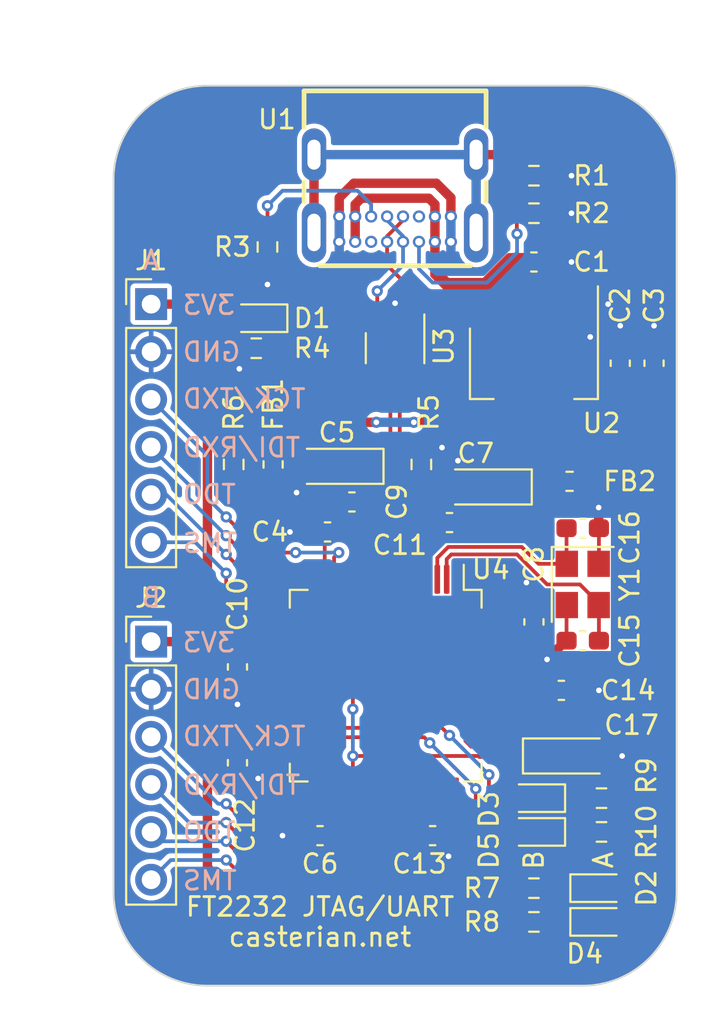
<source format=kicad_pcb>
(kicad_pcb (version 20221018) (generator pcbnew)
  (layers (0 "F.Cu" signal) (31 "B.Cu" power) (34 "B.Paste" user) (35 "F.Paste" user) (36 "B.SilkS" user "B.Silkscreen") (37 "F.SilkS" user "F.Silkscreen") (38 "B.Mask" user) (39 "F.Mask" user) (44 "Edge.Cuts" user))
  (net 0 "")
  (net 1 "GND")
  (net 2 "+3.3V")
  (net 3 "+1V8")
  (net 4 "Net-(D1-K)")
  (net 5 "Net-(D2-K)")
  (net 6 "Net-(D3-K)")
  (net 7 "Net-(U1-SHILED)")
  (net 8 "/TCK_TXD_A")
  (net 9 "/TDI_RXD_A")
  (net 10 "/TDO_A")
  (net 11 "/TMS_A")
  (net 12 "/TCK_TXD_B")
  (net 13 "/TDI_RXD_B")
  (net 14 "/TDO_B")
  (net 15 "/TMS_B")
  (net 16 "/USB_D+")
  (net 17 "/USB_D-")
  (net 18 "/RXLED_A")
  (net 19 "/TXLED_A")
  (net 20 "/RXLED_B")
  (net 21 "/TXLED_B")
  (net 22 "Net-(D4-K)")
  (net 23 "Net-(D5-K)")
  (net 24 "/USB_CONN_D+")
  (net 25 "Net-(U1-CC1)")
  (net 26 "/OSCI")
  (net 27 "/OSCO")
  (net 28 "/VPLL")
  (net 29 "/VPHY")
  (net 30 "/REF")
  (net 31 "/~{RESET}")
  (net 32 "/USB_CONN_D-")
  (net 33 "Net-(U1-CC2)")
  (net 61 "VBUS")
  (footprint "Capacitor_Tantalum_SMD:CP_EIA-3216-18_Kemet-A_Pad1.58x1.35mm_HandSolder" (layer "F.Cu") (at 134.3 110.75)
    (fp_text reference "C17")
    (fp_text value "3.3uF")
  )
  (footprint "Capacitor_SMD:C_0603_1608Metric_Pad1.08x0.95mm_HandSolder" (layer "F.Cu") (at 127.9 98.3 180)
    (fp_text reference "C11")
    (fp_text value "100nF")
  )
  (footprint "Capacitor_SMD:C_0603_1608Metric_Pad1.08x0.95mm_HandSolder" (layer "F.Cu") (at 135 98.6 180)
    (fp_text reference "C16")
    (fp_text value "30pF")
  )
  (footprint "Resistor_SMD:R_0603_1608Metric_Pad0.98x0.95mm_HandSolder" (layer "F.Cu") (at 126.4 95.2 -90)
    (fp_text reference "R5")
    (fp_text value "12k")
  )
  (footprint "LED_SMD:LED_0603_1608Metric_Pad1.05x0.95mm_HandSolder" (layer "F.Cu") (at 136 117.8)
    (fp_text reference "D2")
    (fp_text value "GREEN")
  )
  (footprint "Capacitor_SMD:C_0603_1608Metric_Pad1.08x0.95mm_HandSolder" (layer "F.Cu") (at 133.8625 107.25 180)
    (fp_text reference "C14")
    (fp_text value "100nF")
  )
  (footprint "Package_QFP:LQFP-64_10x10mm_P0.5mm" (layer "F.Cu") (at 124.5 107 -90)
    (fp_text reference "U4")
    (fp_text value "FT2232HL")
  )
  (footprint "Resistor_SMD:R_0603_1608Metric_Pad0.98x0.95mm_HandSolder" (layer "F.Cu") (at 116.4 95.2 -90)
    (fp_text reference "R6")
    (fp_text value "1k")
  )
  (footprint "Capacitor_SMD:C_0603_1608Metric_Pad1.08x0.95mm_HandSolder" (layer "F.Cu") (at 121.4 98.8)
    (fp_text reference "C4")
    (fp_text value "100nF")
  )
  (footprint "Connector_PinHeader_2.54mm:PinHeader_1x06_P2.54mm_Vertical" (layer "F.Cu") (at 112 104.65)
    (fp_text reference "J2")
    (fp_text value "Pin Header 2.54 mm")
  )
  (footprint "Capacitor_SMD:C_0603_1608Metric_Pad1.08x0.95mm_HandSolder" (layer "F.Cu") (at 127 115 180)
    (fp_text reference "C13")
    (fp_text value "100nF")
  )
  (footprint "Resistor_SMD:R_0603_1608Metric_Pad0.98x0.95mm_HandSolder" (layer "F.Cu") (at 132.4 81.8)
    (fp_text reference "R2")
    (fp_text value "5.1k")
  )
  (footprint "Inductor_SMD:L_0603_1608Metric_Pad1.05x0.95mm_HandSolder" (layer "F.Cu") (at 134.3 96.1 180)
    (fp_text reference "FB2")
    (fp_text value "40@100MHz")
  )
  (footprint "Capacitor_SMD:C_0603_1608Metric_Pad1.08x0.95mm_HandSolder" (layer "F.Cu") (at 132.4 84.4)
    (fp_text reference "C1")
    (fp_text value "10uF")
  )
  (footprint "Capacitor_SMD:C_0603_1608Metric_Pad1.08x0.95mm_HandSolder" (layer "F.Cu") (at 121 115)
    (fp_text reference "C6")
    (fp_text value "100nF")
  )
  (footprint "Capacitor_SMD:C_0603_1608Metric_Pad1.08x0.95mm_HandSolder" (layer "F.Cu") (at 138.8 89.8 90)
    (fp_text reference "C3")
    (fp_text value "10uF")
  )
  (footprint "Resistor_SMD:R_0603_1608Metric_Pad0.98x0.95mm_HandSolder" (layer "F.Cu") (at 132.4 117.8)
    (fp_text reference "R7")
    (fp_text value "1k")
  )
  (footprint "Capacitor_SMD:C_0603_1608Metric_Pad1.08x0.95mm_HandSolder" (layer "F.Cu") (at 122.7 97.2 180)
    (fp_text reference "C9")
    (fp_text value "100nF")
  )
  (footprint "Resistor_SMD:R_0603_1608Metric_Pad0.98x0.95mm_HandSolder" (layer "F.Cu") (at 117.6 89)
    (fp_text reference "R4")
    (fp_text value "1k")
  )
  (footprint "Resistor_SMD:R_0603_1608Metric_Pad0.98x0.95mm_HandSolder" (layer "F.Cu") (at 132.4 79.8)
    (fp_text reference "R1")
    (fp_text value "0")
  )
  (footprint "Package_TO_SOT_SMD:SOT-23-6" (layer "F.Cu") (at 125 89 -90)
    (fp_text reference "U3")
    (fp_text value "USBLC6-2SC6")
  )
  (footprint "LED_SMD:LED_0603_1608Metric_Pad1.05x0.95mm_HandSolder" (layer "F.Cu") (at 117.6 87.4 180)
    (fp_text reference "D1")
    (fp_text value "RED")
  )
  (footprint "Capacitor_SMD:C_0603_1608Metric_Pad1.08x0.95mm_HandSolder" (layer "F.Cu") (at 116.6 106 90)
    (fp_text reference "C10")
    (fp_text value "100nF")
  )
  (footprint "Connector_PinHeader_2.54mm:PinHeader_1x06_P2.54mm_Vertical" (layer "F.Cu") (at 112 86.65)
    (fp_text reference "J1")
    (fp_text value "Pin Header 2.54 mm")
  )
  (footprint "Resistor_SMD:R_0603_1608Metric_Pad0.98x0.95mm_HandSolder" (layer "F.Cu") (at 132.4 119.6 180)
    (fp_text reference "R8")
    (fp_text value "1k")
  )
  (footprint "Resistor_SMD:R_0603_1608Metric_Pad0.98x0.95mm_HandSolder" (layer "F.Cu") (at 136 114.8)
    (fp_text reference "R10")
    (fp_text value "1k")
  )
  (footprint "Resistor_SMD:R_0603_1608Metric_Pad0.98x0.95mm_HandSolder" (layer "F.Cu") (at 118.2 83.6 -90)
    (fp_text reference "R3")
    (fp_text value "5.1k")
  )
  (footprint "Crystal:Crystal_SMD_3225-4Pin_3.2x2.5mm" (layer "F.Cu") (at 135 101.6 -90)
    (fp_text reference "Y1")
    (fp_text value "12MHz")
  )
  (footprint "Capacitor_SMD:C_0603_1608Metric_Pad1.08x0.95mm_HandSolder" (layer "F.Cu") (at 135 104.6)
    (fp_text reference "C15")
    (fp_text value "30pF")
  )
  (footprint "Capacitor_SMD:C_0603_1608Metric_Pad1.08x0.95mm_HandSolder" (layer "F.Cu") (at 137 89.8 90)
    (fp_text reference "C2")
    (fp_text value "100nF")
  )
  (footprint "Package_TO_SOT_SMD:SOT-223-3_TabPin2" (layer "F.Cu") (at 132.4 89.8 -90)
    (fp_text reference "U2")
    (fp_text value "AMS1117-3.3")
  )
  (footprint "Capacitor_Tantalum_SMD:CP_EIA-3216-18_Kemet-A_Pad1.58x1.35mm_HandSolder" (layer "F.Cu") (at 129.8 96.4 180)
    (fp_text reference "C7")
    (fp_text value "4.7uF")
  )
  (footprint "Capacitor_Tantalum_SMD:CP_EIA-3216-18_Kemet-A_Pad1.58x1.35mm_HandSolder" (layer "F.Cu") (at 121.9 95.3 180)
    (fp_text reference "C5")
    (fp_text value "4.7uF")
  )
  (footprint "LED_SMD:LED_0603_1608Metric_Pad1.05x0.95mm_HandSolder" (layer "F.Cu") (at 132.4 114.8 180)
    (fp_text reference "D5")
    (fp_text value "RED")
  )
  (footprint "Inductor_SMD:L_0603_1608Metric_Pad1.05x0.95mm_HandSolder" (layer "F.Cu") (at 118.5 95.2 90)
    (fp_text reference "FB1")
    (fp_text value "40@100MHz")
  )
  (footprint "LED_SMD:LED_0603_1608Metric_Pad1.05x0.95mm_HandSolder" (layer "F.Cu") (at 136 119.6)
    (fp_text reference "D4")
    (fp_text value "RED")
  )
  (footprint "Capacitor_SMD:C_0603_1608Metric_Pad1.08x0.95mm_HandSolder" (layer "F.Cu") (at 132.4 103.6 -90)
    (fp_text reference "C8")
    (fp_text value "100nF")
  )
  (footprint "footprint:USB-C-TH_TYPEC-306DDW-ARP16" (layer "F.Cu") (at 125 81 180)
    (fp_text reference "U1")
    (fp_text value "TYPEC-306DDW-ARP16")
  )
  (footprint "LED_SMD:LED_0603_1608Metric_Pad1.05x0.95mm_HandSolder" (layer "F.Cu") (at 132.4 113 180)
    (fp_text reference "D3")
    (fp_text value "GREEN")
  )
  (footprint "Resistor_SMD:R_0603_1608Metric_Pad0.98x0.95mm_HandSolder" (layer "F.Cu") (at 136 113 180)
    (fp_text reference "R9")
    (fp_text value "1k")
  )
  (footprint "Capacitor_SMD:C_0603_1608Metric_Pad1.08x0.95mm_HandSolder" (layer "F.Cu") (at 116.6 111.1125 90)
    (fp_text reference "C12")
    (fp_text value "100nF")
  )
  (gr_line (start 135 75) (end 115 75) (stroke (width 0.1)) (layer "Edge.Cuts"))
  (gr_arc (start 135 75) (mid 138.535534 76.464466) (end 140 80) (stroke (width 0.1)) (layer "Edge.Cuts"))
  (gr_line (start 140 118) (end 140 80) (stroke (width 0.1)) (layer "Edge.Cuts"))
  (gr_arc (start 115 123) (mid 111.464466 121.535534) (end 110 118) (stroke (width 0.1)) (layer "Edge.Cuts"))
  (gr_arc (start 110 80) (mid 111.464466 76.464466) (end 115 75) (stroke (width 0.1)) (layer "Edge.Cuts"))
  (gr_line (start 110 80) (end 110 118) (stroke (width 0.1)) (layer "Edge.Cuts"))
  (gr_arc (start 140 118) (mid 138.535534 121.535534) (end 135 123) (stroke (width 0.1)) (layer "Edge.Cuts"))
  (gr_line (start 115 123) (end 135 123) (stroke (width 0.1)) (layer "Edge.Cuts"))
  (gr_text "TDO" (at 113.6 114.8) (layer "B.SilkS") (effects (font (size 1 1)) (justify right mirror)))
  (gr_text "TCK/TXD" (at 113.6 109.7) (layer "B.SilkS") (effects (font (size 1 1)) (justify right mirror)))
  (gr_text "3V3" (at 113.6 104.7) (layer "B.SilkS") (effects (font (size 1 1)) (justify right mirror)))
  (gr_text "TMS" (at 113.6 117.4) (layer "B.SilkS") (effects (font (size 1 1)) (justify right mirror)))
  (gr_text "3V3" (at 113.6 86.7) (layer "B.SilkS") (effects (font (size 1 1)) (justify right mirror)))
  (gr_text "TMS" (at 113.6 99.4) (layer "B.SilkS") (effects (font (size 1 1)) (justify right mirror)))
  (gr_text "GND" (at 113.6 89.2) (layer "B.SilkS") (effects (font (size 1 1)) (justify right mirror)))
  (gr_text "TCK/TXD" (at 113.6 91.7) (layer "B.SilkS") (effects (font (size 1 1)) (justify right mirror)))
  (gr_text "TDI/RXD" (at 113.6 94.3) (layer "B.SilkS") (effects (font (size 1 1)) (justify right mirror)))
  (gr_text "A" (at 112 84.3) (layer "B.SilkS") (effects (font (size 1 1)) (justify mirror)))
  (gr_text "TDI/RXD" (at 113.6 112.3) (layer "B.SilkS") (effects (font (size 1 1)) (justify right mirror)))
  (gr_text "GND" (at 113.6 107.2) (layer "B.SilkS") (effects (font (size 1 1)) (justify right mirror)))
  (gr_text "TDO" (at 113.6 96.8) (layer "B.SilkS") (effects (font (size 1 1)) (justify right mirror)))
  (gr_text "B" (at 112 102.3) (layer "B.SilkS") (effects (font (size 1 1)) (justify mirror)))
  (gr_text "A" (at 136.1 116.3 90) (layer "F.SilkS") (effects (font (size 1 1))))
  (gr_text "FT2232 JTAG/UART\ncasterian.net" (at 121 119.6) (layer "F.SilkS") (effects (font (size 1 1))))
  (gr_text "B" (at 132.4 116.3 90) (layer "F.SilkS") (effects (font (size 1 1))))
  (segment (start 135.85 98.5875) (end 135.8625 98.6) (width 0.5) (layer "F.Cu") (net 1))
  (segment (start 121.25 99.45) (end 120.6 98.8) (width 0.2) (layer "F.Cu") (net 1))
  (segment (start 117.3625 106.8625) (end 116.6 106.8625) (width 0.2) (layer "F.Cu") (net 1))
  (segment (start 135.8625 98.6) (end 135.8625 100.4875) (width 0.2) (layer "F.Cu") (net 1))
  (segment (start 122.024892 80.975108) (end 122.8 80.2) (width 0.5) (layer "F.Cu") (net 1))
  (segment (start 133.3125 79.8) (end 134.4 79.8) (width 0.5) (layer "F.Cu") (net 1))
  (segment (start 119.75 96.0125) (end 119.75 96.7) (width 0.5) (layer "F.Cu") (net 1))
  (segment (start 119.4 98.8) (end 120.5375 98.8) (width 0.5) (layer "F.Cu") (net 1))
  (segment (start 120.4625 95.3) (end 120.6 95.3) (width 0.5) (layer "F.Cu") (net 1))
  (segment (start 131.25 109.75) (end 131.4 109.6) (width 0.2) (layer "F.Cu") (net 1))
  (segment (start 127.75 112.675) (end 127.75 113.95) (width 0.2) (layer "F.Cu") (net 1))
  (segment (start 135.64375 110.75) (end 135.7375 110.75) (width 0.2) (layer "F.Cu") (net 1))
  (segment (start 121.45 114) (end 121.1375 114) (width 0.2) (layer "F.Cu") (net 1))
  (segment (start 130.175 109.75) (end 131.25 109.75) (width 0.2) (layer "F.Cu") (net 1))
  (segment (start 127.85 116.1) (end 127.85 115.0125) (width 0.5) (layer "F.Cu") (net 1))
  (segment (start 121.1375 114) (end 120.1375 115) (width 0.2) (layer "F.Cu") (net 1))
  (segment (start 128.25 101.325) (end 130.125 101.325) (width 0.2) (layer "F.Cu") (net 1))
  (segment (start 127.85 115.0125) (end 127.8625 115) (width 0.5) (layer "F.Cu") (net 1))
  (segment (start 120.4625 95.3) (end 119.75 96.0125) (width 0.5) (layer "F.Cu") (net 1))
  (segment (start 119 115) (end 120.1375 115) (width 0.5) (layer "F.Cu") (net 1))
  (segment (start 123.25 101.325) (end 123.25 98.35) (width 0.2) (layer "F.Cu") (net 1))
  (segment (start 130.125 101.325) (end 131.5375 102.7375) (width 0.2) (layer "F.Cu") (net 1))
  (segment (start 134.1 104.6) (end 134.1375 104.6) (width 0.5) (layer "F.Cu") (net 1))
  (segment (start 122.8 97.9) (end 122.5375 97.9) (width 0.2) (layer "F.Cu") (net 1))
  (segment (start 116.6 106.8625) (end 116.6 108) (width 0.5) (layer "F.Cu") (net 1))
  (segment (start 120.5375 98.8) (end 120.6 98.8) (width 0.2) (layer "F.Cu") (net 1))
  (segment (start 121.25 101.325) (end 121.25 102.4) (width 0.2) (layer "F.Cu") (net 1))
  (segment (start 122.25 102.4) (end 122.25 101.325) (width 0.2) (layer "F.Cu") (net 1))
  (segment (start 128.3625 96.4) (end 127.625 97.1375) (width 0.5) (layer "F.Cu") (net 1))
  (segment (start 117.7 111.95) (end 116.625 111.95) (width 0.5) (layer "F.Cu") (net 1))
  (segment (start 134.49375 109.6) (end 135.64375 110.75) (width 0.2) (layer "F.Cu") (net 1))
  (segment (start 121.75 113.7) (end 121.45 114) (width 0.2) (layer "F.Cu") (net 1))
  (segment (start 127.5 94.3) (end 126.4125 94.3) (width 0.5) (layer "F.Cu") (net 1))
  (segment (start 134.1375 104.6) (end 134.1375 102.7125) (width 0.2) (layer "F.Cu") (net 1))
  (segment (start 131.5375 102.7375) (end 132.4 102.7375) (width 0.2) (layer "F.Cu") (net 1))
  (segment (start 118.825 107.25) (end 117.75 107.25) (width 0.2) (layer "F.Cu") (net 1))
  (segment (start 121.75 112.675) (end 121.75 113.7) (width 0.2) (layer "F.Cu") (net 1))
  (segment (start 122.05 102.6) (end 122.25 102.4) (width 0.2) (layer "F.Cu") (net 1))
  (segment (start 121.25 102.4) (end 121.45 102.6) (width 0.2) (layer "F.Cu") (net 1))
  (segment (start 128.35 95) (end 128.35 96.3875) (width 0.5) (layer "F.Cu") (net 1))
  (segment (start 134.1375 102.7125) (end 134.15 102.7) (width 0.2) (layer "F.Cu") (net 1))
  (segment (start 120.6 95.3) (end 121.8375 96.5375) (width 0.5) (layer "F.Cu") (net 1))
  (segment (start 134.725 107.25) (end 135.8625 107.25) (width 0.5) (layer "F.Cu") (net 1))
  (segment (start 118.2 84.5125) (end 118.2 85.6) (width 0.5) (layer "F.Cu") (net 1))
  (segment (start 122.8 80.2) (end 127.2 80.2) (width 0.5) (layer "F.Cu") (net 1))
  (segment (start 126.25 99) (end 126.25 101.325) (width 0.2) (layer "F.Cu") (net 1))
  (segment (start 123.25 98.35) (end 122.8 97.9) (width 0.2) (layer "F.Cu") (net 1))
  (segment (start 127.975108 80.975108) (end 127.975108 81.974981) (width 0.5) (layer "F.Cu") (net 1))
  (segment (start 135.85 97.5) (end 135.85 98.5875) (width 0.5) (layer "F.Cu") (net 1))
  (segment (start 127.625 97.1375) (end 127.625 97.7125) (width 0.5) (layer "F.Cu") (net 1))
  (segment (start 133.1 105.6) (end 134.1 104.6) (width 0.5) (layer "F.Cu") (net 1))
  (segment (start 137.1 110.75) (end 135.7375 110.75) (width 0.5) (layer "F.Cu") (net 1))
  (segment (start 127.625 97.7125) (end 127.0375 98.3) (width 0.5) (layer "F.Cu") (net 1))
  (segment (start 127.2 80.2) (end 127.975108 80.975108) (width 0.5) (layer "F.Cu") (net 1))
  (segment (start 127.75 113.95) (end 127.8625 114.0625) (width 0.2) (layer "F.Cu") (net 1))
  (segment (start 121.45 102.6) (end 122.05 102.6) (width 0.2) (layer "F.Cu") (net 1))
  (segment (start 126.95 98.3) (end 126.25 99) (width 0.2) (layer "F.Cu") (net 1))
  (segment (start 127.8625 114.0625) (end 127.8625 115) (width 0.2) (layer "F.Cu") (net 1))
  (segment (start 131.4 109.6) (end 134.49375 109.6) (width 0.2) (layer "F.Cu") (net 1))
  (segment (start 126.4125 94.3) (end 126.4 94.2875) (width 0.5) (layer "F.Cu") (net 1))
  (segment (start 122.024892 81.974981) (end 122.024892 80.975108) (width 0.5) (layer "F.Cu") (net 1))
  (segment (start 123.25 101.325) (end 123.75 101.325) (width 0.2) (layer "F.Cu") (net 1))
  (segment (start 121.25 101.325) (end 121.25 99.45) (width 0.2) (layer "F.Cu") (net 1))
  (segment (start 133.3125 81.8) (end 134.4 81.8) (width 0.5) (layer "F.Cu") (net 1))
  (segment (start 117.75 107.25) (end 117.3625 106.8625) (width 0.2) (layer "F.Cu") (net 1))
  (segment (start 132.4 101.9) (end 132.4 102.7375) (width 0.5) (layer "F.Cu") (net 1))
  (segment (start 122.5375 97.9) (end 121.8375 97.2) (width 0.2) (layer "F.Cu") (net 1))
  (segment (start 116.6875 90.0875) (end 116.7 90.1) (width 0.5) (layer "F.Cu") (net 1))
  (segment (start 116.6875 89) (end 116.6875 90.0875) (width 0.5) (layer "F.Cu") (net 1))
  (segment (start 135.8625 100.4875) (end 135.85 100.5) (width 0.2) (layer "F.Cu") (net 1))
  (segment (start 121.8375 96.5375) (end 121.8375 97.2) (width 0.5) (layer "F.Cu") (net 1))
  (segment (start 132 101.5) (end 132.4 101.9) (width 0.5) (layer "F.Cu") (net 1))
  (segment (start 116.625 111.95) (end 116.6 111.975) (width 0.5) (layer "F.Cu") (net 1))
  (segment (start 125 87.8625) (end 125 86.6) (width 0.2) (layer "F.Cu") (net 1))
  (via (at 119.75 96.7) (size 0.6) (drill 0.3) (layers "F.Cu" "B.Cu") (net 1))
  (via (at 116.6 108) (size 0.6) (drill 0.3) (layers "F.Cu" "B.Cu") (net 1))
  (via (at 134.4 79.8) (size 0.6) (drill 0.3) (layers "F.Cu" "B.Cu") (net 1))
  (via (at 138.8 87.8) (size 0.6) (drill 0.3) (layers "F.Cu" "B.Cu") (net 1))
  (via (at 135.4 88.4) (size 0.6) (drill 0.3) (layers "F.Cu" "B.Cu") (net 1))
  (via (at 118.2 85.6) (size 0.6) (drill 0.3) (layers "F.Cu" "B.Cu") (net 1))
  (via (at 136.35 86.65) (size 0.6) (drill 0.3) (layers "F.Cu" "B.Cu") (net 1))
  (via (at 137.1 110.75) (size 0.6) (drill 0.3) (layers "F.Cu" "B.Cu") (net 1))
  (via (at 135.8625 107.25) (size 0.6) (drill 0.3) (layers "F.Cu" "B.Cu") (net 1))
  (via (at 132 101.5) (size 0.6) (drill 0.3) (layers "F.Cu" "B.Cu") (net 1))
  (via (at 119 115) (size 0.6) (drill 0.3) (layers "F.Cu" "B.Cu") (net 1))
  (via (at 117.7 111.95) (size 0.6) (drill 0.3) (layers "F.Cu" "B.Cu") (net 1))
  (via (at 119.4 98.8) (size 0.6) (drill 0.3) (layers "F.Cu" "B.Cu") (net 1))
  (via (at 134.4 84.4) (size 0.6) (drill 0.3) (layers "F.Cu" "B.Cu") (net 1))
  (via (at 137 87.8) (size 0.6) (drill 0.3) (layers "F.Cu" "B.Cu") (net 1))
  (via (at 127.5 94.3) (size 0.6) (drill 0.3) (layers "F.Cu" "B.Cu") (net 1))
  (via (at 134.4 81.8) (size 0.6) (drill 0.3) (layers "F.Cu" "B.Cu") (net 1))
  (via (at 116.7 90.1) (size 0.6) (drill 0.3) (layers "F.Cu" "B.Cu") (net 1))
  (via (at 125 86.6) (size 0.6) (drill 0.3) (layers "F.Cu" "B.Cu") (net 1))
  (via (at 128.35 95) (size 0.6) (drill 0.3) (layers "F.Cu" "B.Cu") (net 1))
  (via (at 135.85 97.5) (size 0.6) (drill 0.3) (layers "F.Cu" "B.Cu") (net 1))
  (via (at 133.1 105.6) (size 0.6) (drill 0.3) (layers "F.Cu" "B.Cu") (net 1))
  (via (at 127.85 116.1) (size 0.6) (drill 0.3) (layers "F.Cu" "B.Cu") (net 1))
  (segment (start 122.024892 81.974981) (end 122.024892 83.324994) (width 0.5) (layer "B.Cu") (net 1))
  (segment (start 122.024892 83.324994) (end 122.024892 84.075108) (width 0.5) (layer "B.Cu") (net 1))
  (segment (start 127.975108 83.324994) (end 127.975108 84.075108) (width 0.5) (layer "B.Cu") (net 1))
  (segment (start 127.975108 83.324994) (end 127.975108 81.974981) (width 0.5) (layer "B.Cu") (net 1))
  (segment (start 116.725 87.4) (end 115 87.4) (width 0.5) (layer "F.Cu") (net 2))
  (segment (start 130.175 107.25) (end 129.05 107.25) (width 0.2) (layer "F.Cu") (net 2))
  (segment (start 127.8 118.3) (end 130.5 121) (width 0.5) (layer "F.Cu") (net 2))
  (segment (start 131.525 114.8) (end 131.525 115.625) (width 0.5) (layer "F.Cu") (net 2))
  (segment (start 134.25 106) (end 133 107.25) (width 0.5) (layer "F.Cu") (net 2))
  (segment (start 126.1375 115) (end 126.1375 118.2875) (width 0.5) (layer "F.Cu") (net 2))
  (segment (start 115 87) (end 114.65 86.65) (width 0.5) (layer "F.Cu") (net 2))
  (segment (start 112 104.65) (end 115 104.65) (width 0.5) (layer "F.Cu") (net 2))
  (segment (start 131.525 113) (end 131.525 114.8) (width 0.5) (layer "F.Cu") (net 2))
  (segment (start 136.875 120.625) (end 136.875 119.6) (width 0.5) (layer "F.Cu") (net 2))
  (segment (start 135.175 96.1) (end 137.2 96.1) (width 0.5) (layer "F.Cu") (net 2))
  (segment (start 136.5 121) (end 136.875 120.625) (width 0.5) (layer "F.Cu") (net 2))
  (segment (start 115 87.4) (end 115 87) (width 0.5) (layer "F.Cu") (net 2))
  (segment (start 124 92.95) (end 116.4 92.95) (width 0.5) (layer "F.Cu") (net 2))
  (segment (start 115 92.95) (end 115 87.4) (width 0.5) (layer "F.Cu") (net 2))
  (segment (start 137.2 94.2) (end 137.2 96.1) (width 0.5) (layer "F.Cu") (net 2))
  (segment (start 137.2 105.4) (end 136.6 106) (width 0.5) (layer "F.Cu") (net 2))
  (segment (start 136.875 117.8) (end 136.875 119.6) (width 0.5) (layer "F.Cu") (net 2))
  (segment (start 116.6 110.25) (end 115 110.25) (width 0.5) (layer "F.Cu") (net 2))
  (segment (start 115 104.65) (end 115 105.15) (width 0.5) (layer "F.Cu") (net 2))
  (segment (start 137.2 96.1) (end 137.2 105.4) (width 0.5) (layer "F.Cu") (net 2))
  (segment (start 126.15 118.3) (end 127.8 118.3) (width 0.5) (layer "F.Cu") (net 2))
  (segment (start 136.6 106) (end 134.25 106) (width 0.5) (layer "F.Cu") (net 2))
  (segment (start 136.2 116.3) (end 136.875 116.975) (width 0.5) (layer "F.Cu") (net 2))
  (segment (start 128.75 109.95) (end 129.05 110.25) (width 0.2) (layer "F.Cu") (net 2))
  (segment (start 117.3125 95.2) (end 117.625 95.2) (width 0.5) (layer "F.Cu") (net 2))
  (segment (start 115.0125 105.1375) (end 115 105.15) (width 0.5) (layer "F.Cu") (net 2))
  (segment (start 114.65 86.65) (end 112 86.65) (width 0.5) (layer "F.Cu") (net 2))
  (segment (start 130.5 121) (end 136.5 121) (width 0.5) (layer "F.Cu") (net 2))
  (segment (start 116.4 94.2875) (end 117.3125 95.2) (width 0.5) (layer "F.Cu") (net 2))
  (segment (start 125.25 112.675) (end 125.25 114.1125) (width 0.2) (layer "F.Cu") (net 2))
  (segment (start 135.95 92.95) (end 137.2 94.2) (width 0.5) (layer "F.Cu") (net 2))
  (segment (start 130.175 107.25) (end 133 107.25) (width 0.2) (layer "F.Cu") (net 2))
  (segment (start 115 116.7) (end 116.6 118.3) (width 0.5) (layer "F.Cu") (net 2))
  (segment (start 128.75 107.55) (end 128.75 109.95) (width 0.2) (layer "F.Cu") (net 2))
  (segment (start 115 110.25) (end 115 116.7) (width 0.5) (layer "F.Cu") (net 2))
  (segment (start 129.05 110.25) (end 130.175 110.25) (width 0.2) (layer "F.Cu") (net 2))
  (segment (start 131.525 115.625) (end 132.2 116.3) (width 0.5) (layer "F.Cu") (net 2))
  (segment (start 115 105.15) (end 115 110.25) (width 0.5) (layer "F.Cu") (net 2))
  (segment (start 136.875 116.975) (end 136.875 117.8) (width 0.5) (layer "F.Cu") (net 2))
  (segment (start 132.4 92.95) (end 135.95 92.95) (width 0.5) (layer "F.Cu") (net 2))
  (segment (start 126.1375 118.2875) (end 126.15 118.3) (width 0.5) (layer "F.Cu") (net 2))
  (segment (start 117.625 95.2) (end 118.5 96.075) (width 0.5) (layer "F.Cu") (net 2))
  (segment (start 116.6 110.25) (end 118.825 110.25) (width 0.2) (layer "F.Cu") (net 2))
  (segment (start 129.05 107.25) (end 128.75 107.55) (width 0.2) (layer "F.Cu") (net 2))
  (segment (start 116.6 118.3) (end 126.15 118.3) (width 0.5) (layer "F.Cu") (net 2))
  (segment (start 125.25 114.1125) (end 126.1375 115) (width 0.2) (layer "F.Cu") (net 2))
  (segment (start 115 104.65) (end 115 92.95) (width 0.5) (layer "F.Cu") (net 2))
  (segment (start 116.4 92.95) (end 116.4 94.2875) (width 0.5) (layer "F.Cu") (net 2))
  (segment (start 116.4 92.95) (end 115 92.95) (width 0.5) (layer "F.Cu") (net 2))
  (segment (start 132.4 92.95) (end 126 92.95) (width 0.5) (layer "F.Cu") (net 2))
  (segment (start 132.2 116.3) (end 136.2 116.3) (width 0.5) (layer "F.Cu") (net 2))
  (segment (start 117.3625 105.1375) (end 116.6 105.1375) (width 0.2) (layer "F.Cu") (net 2))
  (segment (start 117.75 104.75) (end 117.3625 105.1375) (width 0.2) (layer "F.Cu") (net 2))
  (segment (start 118.825 104.75) (end 117.75 104.75) (width 0.2) (layer "F.Cu") (net 2))
  (segment (start 116.6 105.1375) (end 115.0125 105.1375) (width 0.5) (layer "F.Cu") (net 2))
  (via (at 126 92.95) (size 0.6) (drill 0.3) (layers "F.Cu" "B.Cu") (net 2))
  (via (at 124 92.95) (size 0.6) (drill 0.3) (layers "F.Cu" "B.Cu") (net 2))
  (segment (start 126 92.95) (end 124 92.95) (width 0.5) (layer "B.Cu") (net 2))
  (segment (start 132.4 104.4) (end 132.4 104.4625) (width 0.2) (layer "F.Cu") (net 3))
  (segment (start 130.175 110.75) (end 122.75 110.75) (width 0.2) (layer "F.Cu") (net 3))
  (segment (start 122.75 112.675) (end 122.75 114.1125) (width 0.2) (layer "F.Cu") (net 3))
  (segment (start 131.25 103.25) (end 132.4 104.4) (width 0.2) (layer "F.Cu") (net 3))
  (segment (start 122.75 103.25) (end 122.75 108.25) (width 0.2) (layer "F.Cu") (net 3))
  (segment (start 122.75 101.325) (end 122.75 103.25) (width 0.2) (layer "F.Cu") (net 3))
  (segment (start 122.75 110.75) (end 122.75 112.675) (width 0.2) (layer "F.Cu") (net 3))
  (segment (start 130.175 103.25) (end 122.75 103.25) (width 0.2) (layer "F.Cu") (net 3))
  (segment (start 122.75 114.1125) (end 121.8625 115) (width 0.2) (layer "F.Cu") (net 3))
  (segment (start 130.175 103.25) (end 131.25 103.25) (width 0.2) (layer "F.Cu") (net 3))
  (segment (start 122.75 99.2875) (end 122.2625 98.8) (width 0.2) (layer "F.Cu") (net 3))
  (segment (start 130.175 110.75) (end 132.8625 110.75) (width 0.2) (layer "F.Cu") (net 3))
  (segment (start 122.75 101.325) (end 122.75 99.2875) (width 0.2) (layer "F.Cu") (net 3))
  (via (at 122.75 110.75) (size 0.6) (drill 0.3) (layers "F.Cu" "B.Cu") (net 3))
  (via (at 122.75 108.25) (size 0.6) (drill 0.3) (layers "F.Cu" "B.Cu") (net 3))
  (segment (start 122.75 108.25) (end 122.75 110.75) (width 0.2) (layer "B.Cu") (net 3))
  (segment (start 118.5125 89.3) (end 118.5125 87.7375) (width 0.2) (layer "F.Cu") (net 4))
  (segment (start 118.5125 87.7375) (end 118.475 87.7) (width 0.2) (layer "F.Cu") (net 4))
  (segment (start 133.3125 117.8) (end 135.125 117.8) (width 0.2) (layer "F.Cu") (net 5))
  (segment (start 133.275 113) (end 135.0875 113) (width 0.2) (layer "F.Cu") (net 6))
  (segment (start 130.362506 78.675006) (end 131.4875 79.8) (width 0.5) (layer "F.Cu") (net 7))
  (segment (start 120.679959 78.675006) (end 120.679959 82.824867) (width 0.5) (layer "F.Cu") (net 7))
  (segment (start 129.320041 78.675006) (end 130.362506 78.675006) (width 0.5) (layer "F.Cu") (net 7))
  (segment (start 120.679959 78.675006) (end 129.320041 78.675006) (width 0.5) (layer "B.Cu") (net 7))
  (segment (start 129.320041 78.675006) (end 129.320041 82.824867) (width 0.5) (layer "B.Cu") (net 7))
  (segment (start 119.325 101.325) (end 120.75 101.325) (width 0.2) (layer "F.Cu") (net 8))
  (segment (start 116 98) (end 119.325 101.325) (width 0.2) (layer "F.Cu") (net 8))
  (via (at 116 98) (size 0.6) (drill 0.3) (layers "F.Cu" "B.Cu") (net 8))
  (segment (start 115 94.73) (end 112 91.73) (width 0.2) (layer "B.Cu") (net 8))
  (segment (start 115 97) (end 115 94.73) (width 0.2) (layer "B.Cu") (net 8))
  (segment (start 116 98) (end 115 97) (width 0.2) (layer "B.Cu") (net 8))
  (segment (start 116 99) (end 118.825 101.825) (width 0.2) (layer "F.Cu") (net 9))
  (segment (start 118.825 101.825) (end 118.825 103.25) (width 0.2) (layer "F.Cu") (net 9))
  (via (at 116 99) (size 0.6) (drill 0.3) (layers "F.Cu" "B.Cu") (net 9))
  (segment (start 114 97) (end 116 99) (width 0.2) (layer "B.Cu") (net 9))
  (segment (start 114 96.27) (end 114 97) (width 0.2) (layer "B.Cu") (net 9))
  (segment (start 112 94.27) (end 114 96.27) (width 0.2) (layer "B.Cu") (net 9))
  (segment (start 116 100) (end 117 101) (width 0.2) (layer "F.Cu") (net 10))
  (segment (start 117 102.95) (end 117.8 103.75) (width 0.2) (layer "F.Cu") (net 10))
  (segment (start 117.8 103.75) (end 118.825 103.75) (width 0.2) (layer "F.Cu") (net 10))
  (segment (start 117 101) (end 117 102.95) (width 0.2) (layer "F.Cu") (net 10))
  (via (at 116 100) (size 0.6) (drill 0.3) (layers "F.Cu" "B.Cu") (net 10))
  (segment (start 116 100) (end 112.81 96.81) (width 0.2) (layer "B.Cu") (net 10))
  (segment (start 112.81 96.81) (end 112 96.81) (width 0.2) (layer "B.Cu") (net 10))
  (segment (start 116 102.515686) (end 117.734314 104.25) (width 0.2) (layer "F.Cu") (net 11))
  (segment (start 117.734314 104.25) (end 118.825 104.25) (width 0.2) (layer "F.Cu") (net 11))
  (segment (start 116 101) (end 116 102.515686) (width 0.2) (layer "F.Cu") (net 11))
  (via (at 116 101) (size 0.6) (drill 0.3) (layers "F.Cu" "B.Cu") (net 11))
  (segment (start 114.35 99.35) (end 112 99.35) (width 0.2) (layer "B.Cu") (net 11))
  (segment (start 116 101) (end 114.35 99.35) (width 0.2) (layer "B.Cu") (net 11))
  (segment (start 118.8 116.1) (end 116 113.3) (width 0.2) (layer "F.Cu") (net 12))
  (segment (start 123.25 115.55) (end 122.7 116.1) (width 0.2) (layer "F.Cu") (net 12))
  (segment (start 122.7 116.1) (end 118.8 116.1) (width 0.2) (layer "F.Cu") (net 12))
  (segment (start 123.25 112.675) (end 123.25 115.55) (width 0.2) (layer "F.Cu") (net 12))
  (via (at 116 113.3) (size 0.6) (drill 0.3) (layers "F.Cu" "B.Cu") (net 12))
  (segment (start 115.57 113.3) (end 112 109.73) (width 0.2) (layer "B.Cu") (net 12))
  (segment (start 116 113.3) (end 115.57 113.3) (width 0.2) (layer "B.Cu") (net 12))
  (segment (start 122.9 116.6) (end 123.75 115.75) (width 0.2) (layer "F.Cu") (net 13))
  (segment (start 123.75 115.75) (end 123.75 112.675) (width 0.2) (layer "F.Cu") (net 13))
  (segment (start 118.3 116.6) (end 122.9 116.6) (width 0.2) (layer "F.Cu") (net 13))
  (segment (start 116 114.3) (end 118.3 116.6) (width 0.2) (layer "F.Cu") (net 13))
  (via (at 116 114.3) (size 0.6) (drill 0.3) (layers "F.Cu" "B.Cu") (net 13))
  (segment (start 114.03 114.3) (end 112 112.27) (width 0.2) (layer "B.Cu") (net 13))
  (segment (start 116 114.3) (end 114.03 114.3) (width 0.2) (layer "B.Cu") (net 13))
  (segment (start 123.1 117.1) (end 117.8 117.1) (width 0.2) (layer "F.Cu") (net 14))
  (segment (start 124.25 115.95) (end 123.1 117.1) (width 0.2) (layer "F.Cu") (net 14))
  (segment (start 117.8 117.1) (end 116 115.3) (width 0.2) (layer "F.Cu") (net 14))
  (segment (start 124.25 112.675) (end 124.25 115.95) (width 0.2) (layer "F.Cu") (net 14))
  (via (at 116 115.3) (size 0.6) (drill 0.3) (layers "F.Cu" "B.Cu") (net 14))
  (segment (start 116 115.3) (end 112.49 115.3) (width 0.2) (layer "B.Cu") (net 14))
  (segment (start 112.49 115.3) (end 112 114.81) (width 0.2) (layer "B.Cu") (net 14))
  (segment (start 123.3 117.6) (end 117.3 117.6) (width 0.2) (layer "F.Cu") (net 15))
  (segment (start 117.3 117.6) (end 116 116.3) (width 0.2) (layer "F.Cu") (net 15))
  (segment (start 124.75 116.15) (end 123.3 117.6) (width 0.2) (layer "F.Cu") (net 15))
  (segment (start 124.75 112.675) (end 124.75 116.15) (width 0.2) (layer "F.Cu") (net 15))
  (via (at 116 116.3) (size 0.6) (drill 0.3) (layers "F.Cu" "B.Cu") (net 15))
  (segment (start 113.05 116.3) (end 112 117.35) (width 0.2) (layer "B.Cu") (net 15))
  (segment (start 116 116.3) (end 113.05 116.3) (width 0.2) (layer "B.Cu") (net 15))
  (segment (start 124.05 91.131251) (end 124.75 91.831251) (width 0.2) (layer "F.Cu") (net 16))
  (segment (start 124.05 90.1375) (end 124.05 91.131251) (width 0.2) (layer "F.Cu") (net 16))
  (segment (start 124.75 91.831251) (end 124.75 101.325) (width 0.2) (layer "F.Cu") (net 16))
  (segment (start 125.25 91.831251) (end 125.25 101.325) (width 0.2) (layer "F.Cu") (net 17))
  (segment (start 125.95 90.1375) (end 125.95 91.131251) (width 0.2) (layer "F.Cu") (net 17))
  (segment (start 125.95 91.131251) (end 125.25 91.831251) (width 0.2) (layer "F.Cu") (net 17))
  (segment (start 130 112.15) (end 130 116.3125) (width 0.2) (layer "F.Cu") (net 18))
  (segment (start 127.9 109.65) (end 127.5 109.25) (width 0.2) (layer "F.Cu") (net 18))
  (segment (start 130 112.15) (end 130 111.75) (width 0.2) (layer "F.Cu") (net 18))
  (segment (start 127.5 109.25) (end 118.825 109.25) (width 0.2) (layer "F.Cu") (net 18))
  (segment (start 130 116.3125) (end 131.4875 117.8) (width 0.2) (layer "F.Cu") (net 18))
  (via (at 130 111.75) (size 0.6) (drill 0.3) (layers "F.Cu" "B.Cu") (net 18))
  (via (at 127.9 109.65) (size 0.6) (drill 0.3) (layers "F.Cu" "B.Cu") (net 18))
  (segment (start 127.9 109.65) (end 130 111.75) (width 0.2) (layer "B.Cu") (net 18))
  (segment (start 126.85 110.05) (end 126.55 109.75) (width 0.2) (layer "F.Cu") (net 19))
  (segment (start 129.3 117.4125) (end 131.4875 119.6) (width 0.2) (layer "F.Cu") (net 19))
  (segment (start 129.3 112.5) (end 129.3 117.4125) (width 0.2) (layer "F.Cu") (net 19))
  (segment (start 126.55 109.75) (end 118.825 109.75) (width 0.2) (layer "F.Cu") (net 19))
  (via (at 129.3 112.5) (size 0.6) (drill 0.3) (layers "F.Cu" "B.Cu") (net 19))
  (via (at 126.85 110.05) (size 0.6) (drill 0.3) (layers "F.Cu" "B.Cu") (net 19))
  (segment (start 126.85 110.05) (end 129.3 112.5) (width 0.2) (layer "B.Cu") (net 19))
  (segment (start 131.35 108.25) (end 132 108.9) (width 0.2) (layer "F.Cu") (net 20))
  (segment (start 138 110) (end 138 111.9125) (width 0.2) (layer "F.Cu") (net 20))
  (segment (start 132 108.9) (end 136.9 108.9) (width 0.2) (layer "F.Cu") (net 20))
  (segment (start 138 111.9125) (end 136.9125 113) (width 0.2) (layer "F.Cu") (net 20))
  (segment (start 130.175 108.25) (end 131.35 108.25) (width 0.2) (layer "F.Cu") (net 20))
  (segment (start 136.9 108.9) (end 138 110) (width 0.2) (layer "F.Cu") (net 20))
  (segment (start 132.25 108.4) (end 137.1 108.4) (width 0.2) (layer "F.Cu") (net 21))
  (segment (start 130.175 107.75) (end 131.6 107.75) (width 0.2) (layer "F.Cu") (net 21))
  (segment (start 138.5 113.2125) (end 136.9125 114.8) (width 0.2) (layer "F.Cu") (net 21))
  (segment (start 137.1 108.4) (end 138.5 109.8) (width 0.2) (layer "F.Cu") (net 21))
  (segment (start 131.6 107.75) (end 132.25 108.4) (width 0.2) (layer "F.Cu") (net 21))
  (segment (start 138.5 109.8) (end 138.5 113.2125) (width 0.2) (layer "F.Cu") (net 21))
  (segment (start 135.125 119.6) (end 133.3125 119.6) (width 0.2) (layer "F.Cu") (net 22))
  (segment (start 135.0875 114.8) (end 133.275 114.8) (width 0.2) (layer "F.Cu") (net 23))
  (segment (start 124.05 85.95) (end 124.05 87.8625) (width 0.2) (layer "F.Cu") (net 24))
  (via (at 124.05 85.95) (size 0.6) (drill 0.3) (layers "F.Cu" "B.Cu") (net 24))
  (segment (start 125.424943 83.024943) (end 125.424943 83.324994) (width 0.2) (layer "B.Cu") (net 24))
  (segment (start 124.575057 82.175057) (end 125.424943 83.024943) (width 0.2) (layer "B.Cu") (net 24))
  (segment (start 125.424943 84.575057) (end 125.424943 83.324994) (width 0.2) (layer "B.Cu") (net 24))
  (segment (start 124.05 85.95) (end 125.424943 84.575057) (width 0.2) (layer "B.Cu") (net 24))
  (segment (start 124.575057 81.974981) (end 124.575057 82.175057) (width 0.2) (layer "B.Cu") (net 24))
  (segment (start 131.4875 82.8875) (end 131.4875 81.8) (width 0.2) (layer "F.Cu") (net 25))
  (via (at 131.5 82.9) (size 0.6) (drill 0.3) (layers "F.Cu" "B.Cu") (net 25))
  (segment (start 126.275083 84.775083) (end 127 85.5) (width 0.2) (layer "B.Cu") (net 25))
  (segment (start 129.9 85.5) (end 131.5 83.9) (width 0.2) (layer "B.Cu") (net 25))
  (segment (start 131.5 83.9) (end 131.5 82.9) (width 0.2) (layer "B.Cu") (net 25))
  (segment (start 127 85.5) (end 129.9 85.5) (width 0.2) (layer "B.Cu") (net 25))
  (segment (start 126.275083 83.324994) (end 126.275083 84.775083) (width 0.2) (layer "B.Cu") (net 25))
  (segment (start 127.75 100.25) (end 127.75 101.325) (width 0.2) (layer "F.Cu") (net 26))
  (segment (start 134.85 101.6) (end 133.1 101.6) (width 0.2) (layer "F.Cu") (net 26))
  (segment (start 128 100) (end 131.5 100) (width 0.2) (layer "F.Cu") (net 26))
  (segment (start 135.8625 102.7125) (end 135.85 102.7) (width 0.2) (layer "F.Cu") (net 26))
  (segment (start 135.8625 104.6) (end 135.8625 102.7125) (width 0.2) (layer "F.Cu") (net 26))
  (segment (start 135.85 102.6) (end 134.85 101.6) (width 0.2) (layer "F.Cu") (net 26))
  (segment (start 133.1 101.6) (end 131.5 100) (width 0.2) (layer "F.Cu") (net 26))
  (segment (start 128 100) (end 127.75 100.25) (width 0.2) (layer "F.Cu") (net 26))
  (segment (start 131.75 99.6) (end 127.834314 99.6) (width 0.2) (layer "F.Cu") (net 27))
  (segment (start 132.65 100.5) (end 134.15 100.5) (width 0.2) (layer "F.Cu") (net 27))
  (segment (start 134.1375 100.4875) (end 134.15 100.5) (width 0.2) (layer "F.Cu") (net 27))
  (segment (start 127.25 101.325) (end 127.25 100.184314) (width 0.2) (layer "F.Cu") (net 27))
  (segment (start 127.25 100.184314) (end 127.834314 99.6) (width 0.2) (layer "F.Cu") (net 27))
  (segment (start 131.75 99.6) (end 132.65 100.5) (width 0.2) (layer "F.Cu") (net 27))
  (segment (start 134.1375 98.6) (end 134.1375 100.4875) (width 0.2) (layer "F.Cu") (net 27))
  (segment (start 123.3375 96.2375) (end 123.5625 96.4625) (width 0.5) (layer "F.Cu") (net 28))
  (segment (start 124.25 97.8875) (end 123.5625 97.2) (width 0.2) (layer "F.Cu") (net 28))
  (segment (start 118.925 93.9) (end 121.9375 93.9) (width 0.5) (layer "F.Cu") (net 28))
  (segment (start 121.9375 93.9) (end 123.3375 95.3) (width 0.5) (layer "F.Cu") (net 28))
  (segment (start 123.3375 95.3) (end 123.3375 96.2375) (width 0.5) (layer "F.Cu") (net 28))
  (segment (start 118.5 94.325) (end 118.925 93.9) (width 0.5) (layer "F.Cu") (net 28))
  (segment (start 123.5625 96.4625) (end 123.5625 97.2) (width 0.5) (layer "F.Cu") (net 28))
  (segment (start 124.25 101.325) (end 124.25 97.8875) (width 0.2) (layer "F.Cu") (net 28))
  (segment (start 127.75 99.1) (end 126.75 100.1) (width 0.2) (layer "F.Cu") (net 29))
  (segment (start 126.75 100.1) (end 126.75 101.325) (width 0.2) (layer "F.Cu") (net 29))
  (segment (start 128.6 99.1) (end 127.75 99.1) (width 0.2) (layer "F.Cu") (net 29))
  (segment (start 128.7625 98.3) (end 128.7625 98.9375) (width 0.2) (layer "F.Cu") (net 29))
  (segment (start 132.6 96.1) (end 133.425 96.1) (width 0.5) (layer "F.Cu") (net 29))
  (segment (start 130.2375 97.4) (end 129.6625 97.4) (width 0.5) (layer "F.Cu") (net 29))
  (segment (start 132.3 96.4) (end 132.6 96.1) (width 0.5) (layer "F.Cu") (net 29))
  (segment (start 128.7625 98.9375) (end 128.6 99.1) (width 0.2) (layer "F.Cu") (net 29))
  (segment (start 131.2375 96.4) (end 132.3 96.4) (width 0.5) (layer "F.Cu") (net 29))
  (segment (start 129.6625 97.4) (end 128.7625 98.3) (width 0.5) (layer "F.Cu") (net 29))
  (segment (start 131.2375 96.4) (end 130.2375 97.4) (width 0.5) (layer "F.Cu") (net 29))
  (segment (start 125.75 96.7625) (end 126.4 96.1125) (width 0.2) (layer "F.Cu") (net 30))
  (segment (start 125.75 101.325) (end 125.75 96.7625) (width 0.2) (layer "F.Cu") (net 30))
  (segment (start 121.75 100.15) (end 122 99.9) (width 0.2) (layer "F.Cu") (net 31))
  (segment (start 118.9 99.9) (end 116.4 97.4) (width 0.2) (layer "F.Cu") (net 31))
  (segment (start 121.75 101.325) (end 121.75 100.15) (width 0.2) (layer "F.Cu") (net 31))
  (segment (start 119.7 99.9) (end 118.9 99.9) (width 0.2) (layer "F.Cu") (net 31))
  (segment (start 116.4 97.4) (end 116.4 96.1125) (width 0.2) (layer "F.Cu") (net 31))
  (via (at 119.7 99.9) (size 0.6) (drill 0.3) (layers "F.Cu" "B.Cu") (net 31))
  (via (at 122 99.9) (size 0.6) (drill 0.3) (layers "F.Cu" "B.Cu") (net 31))
  (segment (start 119.7 99.9) (end 122 99.9) (width 0.2) (layer "B.Cu") (net 31))
  (segment (start 124.575057 83.324994) (end 124.575057 84.575057) (width 0.2) (layer "F.Cu") (net 32))
  (segment (start 124.575057 84.575057) (end 125.95 85.95) (width 0.2) (layer "F.Cu") (net 32))
  (segment (start 124.575057 83.024943) (end 124.575057 83.324994) (width 0.2) (layer "F.Cu") (net 32))
  (segment (start 125.95 85.95) (end 125.95 87.8625) (width 0.2) (layer "F.Cu") (net 32))
  (segment (start 125.424943 82.175057) (end 124.575057 83.024943) (width 0.2) (layer "F.Cu") (net 32))
  (segment (start 125.424943 81.974981) (end 125.424943 82.175057) (width 0.2) (layer "F.Cu") (net 32))
  (segment (start 118.2 81.4) (end 118.2 82.6875) (width 0.2) (layer "F.Cu") (net 33))
  (via (at 118.2 81.4) (size 0.6) (drill 0.3) (layers "F.Cu" "B.Cu") (net 33))
  (segment (start 123.724917 81.324917) (end 123 80.6) (width 0.2) (layer "B.Cu") (net 33))
  (segment (start 119 80.6) (end 118.2 81.4) (width 0.2) (layer "B.Cu") (net 33))
  (segment (start 123.724917 81.974981) (end 123.724917 81.324917) (width 0.2) (layer "B.Cu") (net 33))
  (segment (start 123 80.6) (end 119 80.6) (width 0.2) (layer "B.Cu") (net 33))
  (segment (start 125 89.2) (end 125.2 89) (width 0.2) (layer "F.Cu") (net 61))
  (segment (start 122.875032 81.974981) (end 122.875032 83.324994) (width 0.5) (layer "F.Cu") (net 61))
  (segment (start 122.875032 81.974981) (end 122.875032 81.324968) (width 0.5) (layer "F.Cu") (net 61))
  (segment (start 127.124968 81.974981) (end 127.124968 83.324994) (width 0.5) (layer "F.Cu") (net 61))
  (segment (start 125 90.1375) (end 125 89.2) (width 0.2) (layer "F.Cu") (net 61))
  (segment (start 126.8 81) (end 127.124968 81.324968) (width 0.5) (layer "F.Cu") (net 61))
  (segment (start 123.2 81) (end 126.8 81) (width 0.5) (layer "F.Cu") (net 61))
  (segment (start 129.1 89) (end 130.1 88) (width 0.2) (layer "F.Cu") (net 61))
  (segment (start 125.2 89) (end 129.1 89) (width 0.2) (layer "F.Cu") (net 61))
  (segment (start 130.1 88) (end 130.1 86.65) (width 0.2) (layer "F.Cu") (net 61))
  (segment (start 122.875032 81.324968) (end 123.2 81) (width 0.5) (layer "F.Cu") (net 61))
  (segment (start 127.124968 81.324968) (end 127.124968 81.974981) (width 0.5) (layer "F.Cu") (net 61))
  (zone (net 61) (net_name "VBUS") (layer "F.Cu") (priority 3) (connect_pads yes (clearance 0.254)) (min_thickness 0.25) (fill yes (thermal_gap 0.5) (thermal_bridge_width 0.5))
    (polygon (pts (xy 126.875 85.175) (xy 126.875 83.35) (xy 127.375 83.35) (xy 127.375 84.75) (xy 127.875 85.25) (xy 129.675 85.25) (xy 131 83.925) (xy 132.075 83.925) (xy 132.075 84.875) (xy 131.625 84.875) (xy 130.85 85.65) (xy 130.85 87.65) (xy 129.35 87.65)))
  )
  (zone (net 2) (net_name "+3.3V") (layer "F.Cu") (priority 2) (connect_pads yes (clearance 0.254)) (min_thickness 0.254) (fill yes (thermal_gap 0.254) (thermal_bridge_width 0.5))
    (polygon (pts (xy 130.5 91.95) (xy 130.5 93.95) (xy 134.3 93.95) (xy 134.3 91.95) (xy 135.05 91.2) (xy 139.3 91.2) (xy 139.3 90.1) (xy 135.25 90.1) (xy 133.15 88.05) (xy 133.15 85.65) (xy 131.65 85.65) (xy 131.65 87.65)))
  )
  (zone (net 1) (net_name "GND") (layer "F.Cu") (connect_pads yes (clearance 0.254)) (min_thickness 0.254) (fill yes (thermal_gap 0.254) (thermal_bridge_width 0.254))
    (polygon (pts (xy 132.725 83.925) (xy 132.725 84.875) (xy 133.175 84.875) (xy 133.95 85.65) (xy 133.95 88) (xy 135.45 89.5) (xy 139.3 89.5) (xy 139.3 87.5) (xy 135.725 83.925)))
  )
  (zone (net 0) (net_name "") (layers "F&B.Cu") (connect_pads (clearance 0)) (min_thickness 0.254)
    (keepout (tracks allowed) (vias allowed) (pads allowed) (copperpour not_allowed) (footprints allowed))
    (fill (thermal_gap 0.254) (thermal_bridge_width 0.5))
    (polygon (pts (xy 121.7 82.1) (xy 128.3 82.1) (xy 128.3 83.3) (xy 121.7 83.3)))
  )
  (zone (net 0) (net_name "") (layer "B.Cu") (connect_pads (clearance 0)) (min_thickness 0.254)
    (keepout (tracks not_allowed) (vias not_allowed) (pads not_allowed) (copperpour not_allowed) (footprints allowed))
    (fill (thermal_gap 0.254) (thermal_bridge_width 0.5))
    (polygon (pts (xy 133.5 98.05) (xy 136.5 98.05) (xy 136.5 105.15) (xy 133.5 105.15) (xy 133.5 101.8) (xy 133 101.8) (xy 131.4 100.2) (xy 128.1 100.2) (xy 128 100.3) (xy 128 102.2) (xy 127 102.2) (xy 127 100.1) (xy 127.7 99.4) (xy 131.9 99.4) (xy 132.8 100.3) (xy 133.5 100.3) (xy 133.5 99.8)))
  )
  (zone (net 1) (net_name "GND") (layer "B.Cu") (priority 1) (connect_pads (clearance 0.254)) (min_thickness 0.254) (fill yes (thermal_gap 0.254) (thermal_bridge_width 0.254))
    (polygon (pts (xy 108 73) (xy 142 73) (xy 142 125) (xy 108 125)))
  )
)
</source>
